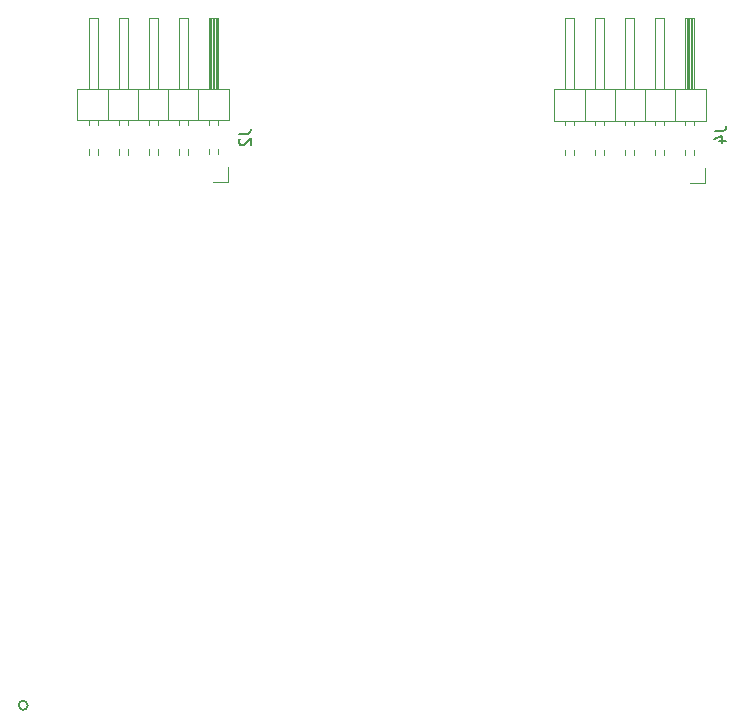
<source format=gbo>
G04 #@! TF.GenerationSoftware,KiCad,Pcbnew,(5.1.6-0-10_14)*
G04 #@! TF.CreationDate,2020-11-05T10:51:19+09:00*
G04 #@! TF.ProjectId,teabiscuits_compute,74656162-6973-4637-9569-74735f636f6d,rev?*
G04 #@! TF.SameCoordinates,Original*
G04 #@! TF.FileFunction,Legend,Bot*
G04 #@! TF.FilePolarity,Positive*
%FSLAX46Y46*%
G04 Gerber Fmt 4.6, Leading zero omitted, Abs format (unit mm)*
G04 Created by KiCad (PCBNEW (5.1.6-0-10_14)) date 2020-11-05 10:51:19*
%MOMM*%
%LPD*%
G01*
G04 APERTURE LIST*
%ADD10C,0.120000*%
%ADD11C,0.152400*%
%ADD12C,0.150000*%
G04 APERTURE END LIST*
D10*
X151200000Y-106310000D02*
X138380000Y-106310000D01*
X138380000Y-106310000D02*
X138380000Y-103650000D01*
X138380000Y-103650000D02*
X151200000Y-103650000D01*
X151200000Y-103650000D02*
X151200000Y-106310000D01*
X150250000Y-103650000D02*
X150250000Y-97650000D01*
X150250000Y-97650000D02*
X149490000Y-97650000D01*
X149490000Y-97650000D02*
X149490000Y-103650000D01*
X150190000Y-103650000D02*
X150190000Y-97650000D01*
X150070000Y-103650000D02*
X150070000Y-97650000D01*
X149950000Y-103650000D02*
X149950000Y-97650000D01*
X149830000Y-103650000D02*
X149830000Y-97650000D01*
X149710000Y-103650000D02*
X149710000Y-97650000D01*
X149590000Y-103650000D02*
X149590000Y-97650000D01*
X150250000Y-106707071D02*
X150250000Y-106310000D01*
X149490000Y-106707071D02*
X149490000Y-106310000D01*
X150250000Y-109180000D02*
X150250000Y-108792929D01*
X149490000Y-109180000D02*
X149490000Y-108792929D01*
X148600000Y-106310000D02*
X148600000Y-103650000D01*
X147710000Y-103650000D02*
X147710000Y-97650000D01*
X147710000Y-97650000D02*
X146950000Y-97650000D01*
X146950000Y-97650000D02*
X146950000Y-103650000D01*
X147710000Y-106707071D02*
X147710000Y-106310000D01*
X146950000Y-106707071D02*
X146950000Y-106310000D01*
X147710000Y-109247071D02*
X147710000Y-108792929D01*
X146950000Y-109247071D02*
X146950000Y-108792929D01*
X146060000Y-106310000D02*
X146060000Y-103650000D01*
X145170000Y-103650000D02*
X145170000Y-97650000D01*
X145170000Y-97650000D02*
X144410000Y-97650000D01*
X144410000Y-97650000D02*
X144410000Y-103650000D01*
X145170000Y-106707071D02*
X145170000Y-106310000D01*
X144410000Y-106707071D02*
X144410000Y-106310000D01*
X145170000Y-109247071D02*
X145170000Y-108792929D01*
X144410000Y-109247071D02*
X144410000Y-108792929D01*
X143520000Y-106310000D02*
X143520000Y-103650000D01*
X142630000Y-103650000D02*
X142630000Y-97650000D01*
X142630000Y-97650000D02*
X141870000Y-97650000D01*
X141870000Y-97650000D02*
X141870000Y-103650000D01*
X142630000Y-106707071D02*
X142630000Y-106310000D01*
X141870000Y-106707071D02*
X141870000Y-106310000D01*
X142630000Y-109247071D02*
X142630000Y-108792929D01*
X141870000Y-109247071D02*
X141870000Y-108792929D01*
X140980000Y-106310000D02*
X140980000Y-103650000D01*
X140090000Y-103650000D02*
X140090000Y-97650000D01*
X140090000Y-97650000D02*
X139330000Y-97650000D01*
X139330000Y-97650000D02*
X139330000Y-103650000D01*
X140090000Y-106707071D02*
X140090000Y-106310000D01*
X139330000Y-106707071D02*
X139330000Y-106310000D01*
X140090000Y-109247071D02*
X140090000Y-108792929D01*
X139330000Y-109247071D02*
X139330000Y-108792929D01*
X149870000Y-111560000D02*
X151140000Y-111560000D01*
X151140000Y-111560000D02*
X151140000Y-110290000D01*
X110830000Y-106270000D02*
X98010000Y-106270000D01*
X98010000Y-106270000D02*
X98010000Y-103610000D01*
X98010000Y-103610000D02*
X110830000Y-103610000D01*
X110830000Y-103610000D02*
X110830000Y-106270000D01*
X109880000Y-103610000D02*
X109880000Y-97610000D01*
X109880000Y-97610000D02*
X109120000Y-97610000D01*
X109120000Y-97610000D02*
X109120000Y-103610000D01*
X109820000Y-103610000D02*
X109820000Y-97610000D01*
X109700000Y-103610000D02*
X109700000Y-97610000D01*
X109580000Y-103610000D02*
X109580000Y-97610000D01*
X109460000Y-103610000D02*
X109460000Y-97610000D01*
X109340000Y-103610000D02*
X109340000Y-97610000D01*
X109220000Y-103610000D02*
X109220000Y-97610000D01*
X109880000Y-106667071D02*
X109880000Y-106270000D01*
X109120000Y-106667071D02*
X109120000Y-106270000D01*
X109880000Y-109140000D02*
X109880000Y-108752929D01*
X109120000Y-109140000D02*
X109120000Y-108752929D01*
X108230000Y-106270000D02*
X108230000Y-103610000D01*
X107340000Y-103610000D02*
X107340000Y-97610000D01*
X107340000Y-97610000D02*
X106580000Y-97610000D01*
X106580000Y-97610000D02*
X106580000Y-103610000D01*
X107340000Y-106667071D02*
X107340000Y-106270000D01*
X106580000Y-106667071D02*
X106580000Y-106270000D01*
X107340000Y-109207071D02*
X107340000Y-108752929D01*
X106580000Y-109207071D02*
X106580000Y-108752929D01*
X105690000Y-106270000D02*
X105690000Y-103610000D01*
X104800000Y-103610000D02*
X104800000Y-97610000D01*
X104800000Y-97610000D02*
X104040000Y-97610000D01*
X104040000Y-97610000D02*
X104040000Y-103610000D01*
X104800000Y-106667071D02*
X104800000Y-106270000D01*
X104040000Y-106667071D02*
X104040000Y-106270000D01*
X104800000Y-109207071D02*
X104800000Y-108752929D01*
X104040000Y-109207071D02*
X104040000Y-108752929D01*
X103150000Y-106270000D02*
X103150000Y-103610000D01*
X102260000Y-103610000D02*
X102260000Y-97610000D01*
X102260000Y-97610000D02*
X101500000Y-97610000D01*
X101500000Y-97610000D02*
X101500000Y-103610000D01*
X102260000Y-106667071D02*
X102260000Y-106270000D01*
X101500000Y-106667071D02*
X101500000Y-106270000D01*
X102260000Y-109207071D02*
X102260000Y-108752929D01*
X101500000Y-109207071D02*
X101500000Y-108752929D01*
X100610000Y-106270000D02*
X100610000Y-103610000D01*
X99720000Y-103610000D02*
X99720000Y-97610000D01*
X99720000Y-97610000D02*
X98960000Y-97610000D01*
X98960000Y-97610000D02*
X98960000Y-103610000D01*
X99720000Y-106667071D02*
X99720000Y-106270000D01*
X98960000Y-106667071D02*
X98960000Y-106270000D01*
X99720000Y-109207071D02*
X99720000Y-108752929D01*
X98960000Y-109207071D02*
X98960000Y-108752929D01*
X109500000Y-111520000D02*
X110770000Y-111520000D01*
X110770000Y-111520000D02*
X110770000Y-110250000D01*
D11*
X93793000Y-155810000D02*
G75*
G03*
X93793000Y-155810000I-381000J0D01*
G01*
D12*
X151952380Y-107166666D02*
X152666666Y-107166666D01*
X152809523Y-107119047D01*
X152904761Y-107023809D01*
X152952380Y-106880952D01*
X152952380Y-106785714D01*
X152285714Y-108071428D02*
X152952380Y-108071428D01*
X151904761Y-107833333D02*
X152619047Y-107595238D01*
X152619047Y-108214285D01*
X111702380Y-107416666D02*
X112416666Y-107416666D01*
X112559523Y-107369047D01*
X112654761Y-107273809D01*
X112702380Y-107130952D01*
X112702380Y-107035714D01*
X111797619Y-107845238D02*
X111750000Y-107892857D01*
X111702380Y-107988095D01*
X111702380Y-108226190D01*
X111750000Y-108321428D01*
X111797619Y-108369047D01*
X111892857Y-108416666D01*
X111988095Y-108416666D01*
X112130952Y-108369047D01*
X112702380Y-107797619D01*
X112702380Y-108416666D01*
M02*

</source>
